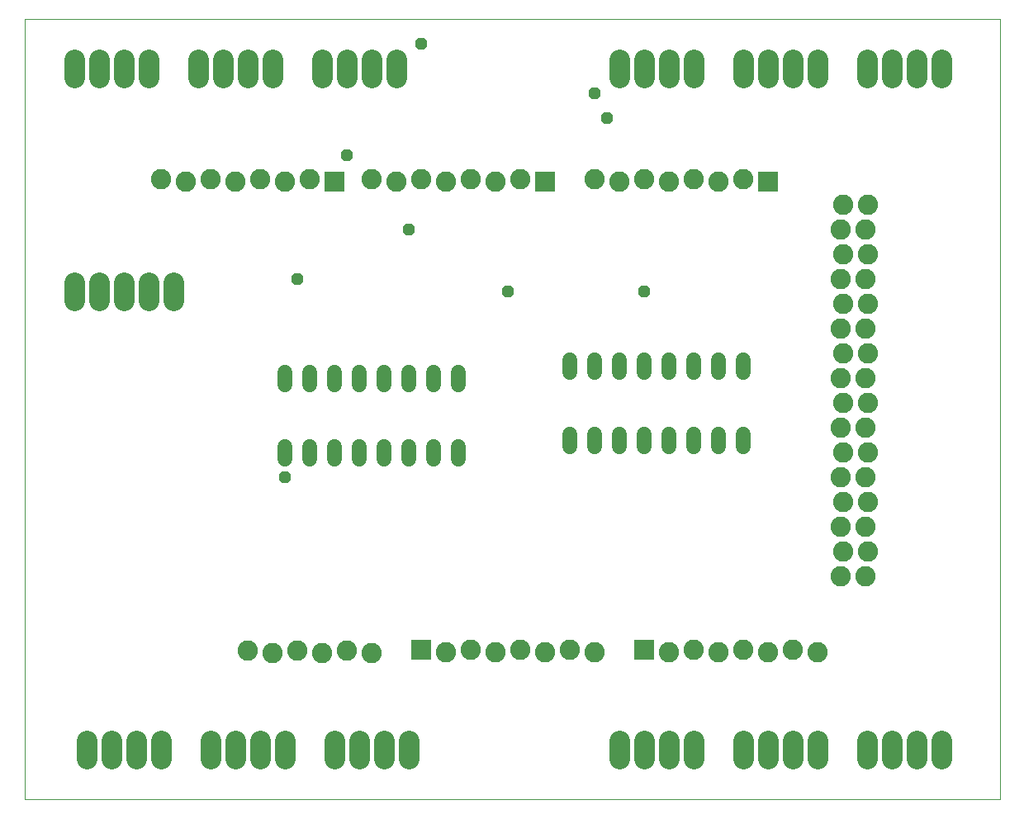
<source format=gbs>
G75*
G70*
%OFA0B0*%
%FSLAX24Y24*%
%IPPOS*%
%LPD*%
%AMOC8*
5,1,8,0,0,1.08239X$1,22.5*
%
%ADD10C,0.0000*%
%ADD11R,0.0820X0.0820*%
%ADD12C,0.0820*%
%ADD13C,0.0820*%
%ADD14C,0.0600*%
%ADD15OC8,0.0480*%
D10*
X000180Y000180D02*
X000180Y031676D01*
X039550Y031676D01*
X039550Y000180D01*
X000180Y000180D01*
D11*
X016180Y006230D03*
X025180Y006230D03*
X021180Y025130D03*
X012680Y025130D03*
X030180Y025130D03*
D12*
X029180Y025230D03*
X028180Y025130D03*
X027180Y025230D03*
X026180Y025130D03*
X025180Y025230D03*
X024180Y025130D03*
X023180Y025230D03*
X020180Y025230D03*
X019180Y025130D03*
X018180Y025230D03*
X017180Y025130D03*
X016180Y025230D03*
X015180Y025130D03*
X014180Y025230D03*
X011680Y025230D03*
X010680Y025130D03*
X009680Y025230D03*
X008680Y025130D03*
X007680Y025230D03*
X006680Y025130D03*
X005680Y025230D03*
X009180Y006180D03*
X010180Y006080D03*
X011180Y006180D03*
X012180Y006080D03*
X013180Y006180D03*
X014180Y006080D03*
X017180Y006130D03*
X018180Y006230D03*
X019180Y006130D03*
X020180Y006230D03*
X021180Y006130D03*
X022180Y006230D03*
X023180Y006130D03*
X026180Y006130D03*
X027180Y006230D03*
X028180Y006130D03*
X029180Y006230D03*
X030180Y006130D03*
X031180Y006230D03*
X032180Y006130D03*
X033130Y009180D03*
X034130Y009180D03*
X034230Y010180D03*
X033230Y010180D03*
X033130Y011180D03*
X034130Y011180D03*
X034230Y012180D03*
X033230Y012180D03*
X033130Y013180D03*
X034130Y013180D03*
X034230Y014180D03*
X033230Y014180D03*
X033130Y015180D03*
X034130Y015180D03*
X034230Y016180D03*
X033230Y016180D03*
X033130Y017180D03*
X034130Y017180D03*
X034230Y018180D03*
X033230Y018180D03*
X033130Y019180D03*
X034130Y019180D03*
X034230Y020180D03*
X033230Y020180D03*
X033130Y021180D03*
X034130Y021180D03*
X034230Y022180D03*
X033230Y022180D03*
X033130Y023180D03*
X034130Y023180D03*
X034230Y024180D03*
X033230Y024180D03*
D13*
X034180Y029310D02*
X034180Y030050D01*
X035180Y030050D02*
X035180Y029310D01*
X036180Y029310D02*
X036180Y030050D01*
X037180Y030050D02*
X037180Y029310D01*
X032180Y029310D02*
X032180Y030050D01*
X031180Y030050D02*
X031180Y029310D01*
X030180Y029310D02*
X030180Y030050D01*
X029180Y030050D02*
X029180Y029310D01*
X027180Y029310D02*
X027180Y030050D01*
X026180Y030050D02*
X026180Y029310D01*
X025180Y029310D02*
X025180Y030050D01*
X024180Y030050D02*
X024180Y029310D01*
X015180Y029310D02*
X015180Y030050D01*
X014180Y030050D02*
X014180Y029310D01*
X013180Y029310D02*
X013180Y030050D01*
X012180Y030050D02*
X012180Y029310D01*
X010180Y029310D02*
X010180Y030050D01*
X009180Y030050D02*
X009180Y029310D01*
X008180Y029310D02*
X008180Y030050D01*
X007180Y030050D02*
X007180Y029310D01*
X005180Y029310D02*
X005180Y030050D01*
X004180Y030050D02*
X004180Y029310D01*
X003180Y029310D02*
X003180Y030050D01*
X002180Y030050D02*
X002180Y029310D01*
X002180Y021050D02*
X002180Y020310D01*
X003180Y020310D02*
X003180Y021050D01*
X004180Y021050D02*
X004180Y020310D01*
X005180Y020310D02*
X005180Y021050D01*
X006180Y021050D02*
X006180Y020310D01*
X005680Y002550D02*
X005680Y001810D01*
X004680Y001810D02*
X004680Y002550D01*
X003680Y002550D02*
X003680Y001810D01*
X002680Y001810D02*
X002680Y002550D01*
X007680Y002550D02*
X007680Y001810D01*
X008680Y001810D02*
X008680Y002550D01*
X009680Y002550D02*
X009680Y001810D01*
X010680Y001810D02*
X010680Y002550D01*
X012680Y002550D02*
X012680Y001810D01*
X013680Y001810D02*
X013680Y002550D01*
X014680Y002550D02*
X014680Y001810D01*
X015680Y001810D02*
X015680Y002550D01*
X024180Y002550D02*
X024180Y001810D01*
X025180Y001810D02*
X025180Y002550D01*
X026180Y002550D02*
X026180Y001810D01*
X027180Y001810D02*
X027180Y002550D01*
X029180Y002550D02*
X029180Y001810D01*
X030180Y001810D02*
X030180Y002550D01*
X031180Y002550D02*
X031180Y001810D01*
X032180Y001810D02*
X032180Y002550D01*
X034180Y002550D02*
X034180Y001810D01*
X035180Y001810D02*
X035180Y002550D01*
X036180Y002550D02*
X036180Y001810D01*
X037180Y001810D02*
X037180Y002550D01*
D14*
X029180Y014420D02*
X029180Y014940D01*
X028180Y014940D02*
X028180Y014420D01*
X027180Y014420D02*
X027180Y014940D01*
X026180Y014940D02*
X026180Y014420D01*
X025180Y014420D02*
X025180Y014940D01*
X024180Y014940D02*
X024180Y014420D01*
X023180Y014420D02*
X023180Y014940D01*
X022180Y014940D02*
X022180Y014420D01*
X022180Y017420D02*
X022180Y017940D01*
X023180Y017940D02*
X023180Y017420D01*
X024180Y017420D02*
X024180Y017940D01*
X025180Y017940D02*
X025180Y017420D01*
X026180Y017420D02*
X026180Y017940D01*
X027180Y017940D02*
X027180Y017420D01*
X028180Y017420D02*
X028180Y017940D01*
X029180Y017940D02*
X029180Y017420D01*
X017680Y017440D02*
X017680Y016920D01*
X016680Y016920D02*
X016680Y017440D01*
X015680Y017440D02*
X015680Y016920D01*
X014680Y016920D02*
X014680Y017440D01*
X013680Y017440D02*
X013680Y016920D01*
X012680Y016920D02*
X012680Y017440D01*
X011680Y017440D02*
X011680Y016920D01*
X010680Y016920D02*
X010680Y017440D01*
X010680Y014440D02*
X010680Y013920D01*
X011680Y013920D02*
X011680Y014440D01*
X012680Y014440D02*
X012680Y013920D01*
X013680Y013920D02*
X013680Y014440D01*
X014680Y014440D02*
X014680Y013920D01*
X015680Y013920D02*
X015680Y014440D01*
X016680Y014440D02*
X016680Y013920D01*
X017680Y013920D02*
X017680Y014440D01*
D15*
X010680Y013180D03*
X019680Y020680D03*
X015680Y023180D03*
X013180Y026180D03*
X016180Y030680D03*
X023180Y028680D03*
X023680Y027680D03*
X025180Y020680D03*
X011180Y021180D03*
M02*

</source>
